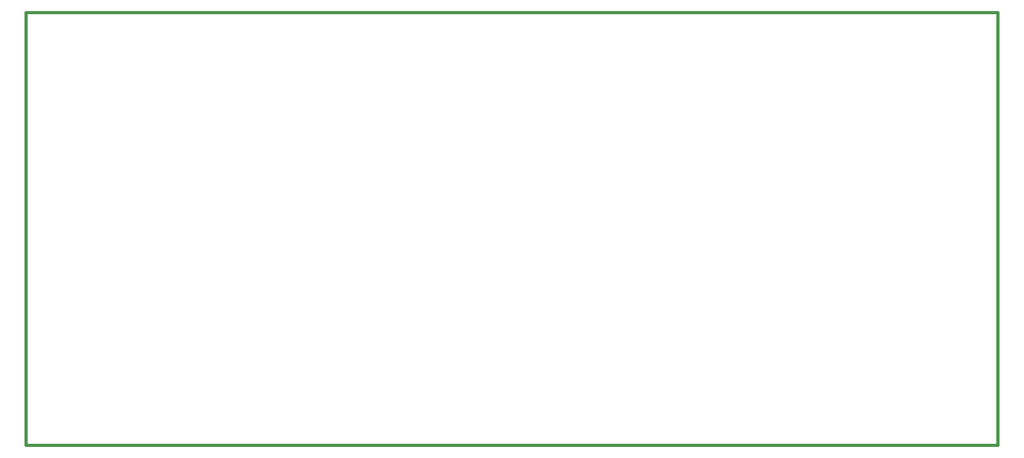
<source format=gbr>
G04 GENERATED BY PULSONIX 10.0 GERBER.DLL 7250*
G04 #@! TF.GenerationSoftware,Pulsonix,Pulsonix,10.0.7250*
G04 #@! TF.CreationDate,2019-09-23T08:44:45--1:00*
G04 #@! TF.Part,Single*
%FSLAX25Y25*%
%LPD*%
%MOIN*%
G04 #@! TF.FileFunction,Legend,Top*
G04 #@! TF.FilePolarity,Positive*
G04 #@! TA.AperFunction,Profile*
%ADD117C,0.01200*%
X0Y0D02*
D02*
D117*
Y182874D02*
X410236D01*
Y0*
X0*
Y182874*
X0Y0D02*
M02*

</source>
